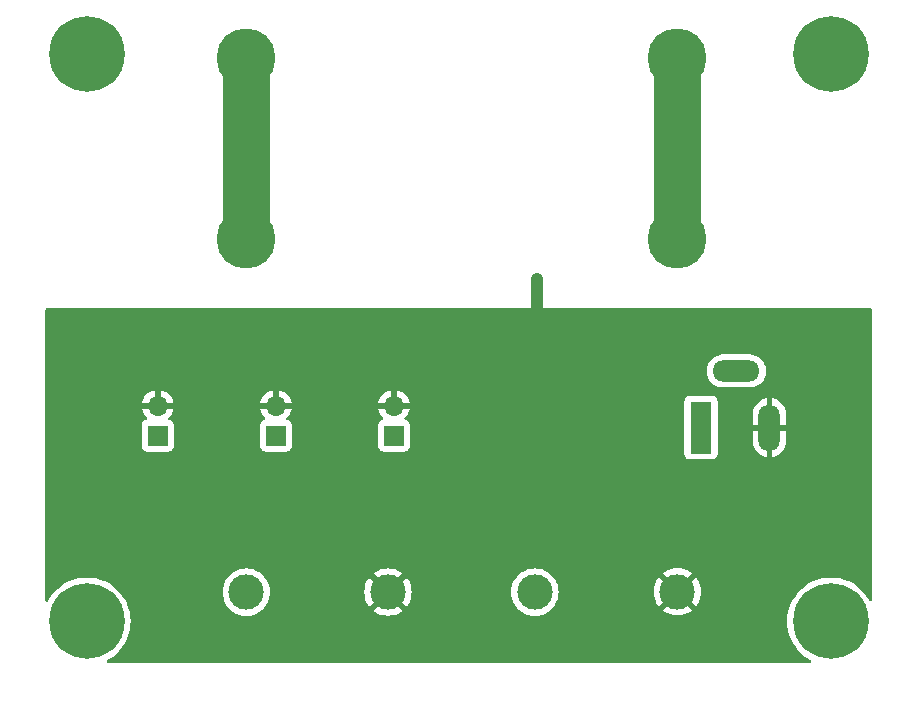
<source format=gbr>
%TF.GenerationSoftware,KiCad,Pcbnew,8.0.0*%
%TF.CreationDate,2024-03-04T13:39:21+01:00*%
%TF.ProjectId,ACS712-module,41435337-3132-42d6-9d6f-64756c652e6b,rev?*%
%TF.SameCoordinates,Original*%
%TF.FileFunction,Copper,L2,Bot*%
%TF.FilePolarity,Positive*%
%FSLAX46Y46*%
G04 Gerber Fmt 4.6, Leading zero omitted, Abs format (unit mm)*
G04 Created by KiCad (PCBNEW 8.0.0) date 2024-03-04 13:39:21*
%MOMM*%
%LPD*%
G01*
G04 APERTURE LIST*
%TA.AperFunction,ComponentPad*%
%ADD10R,1.800000X4.400000*%
%TD*%
%TA.AperFunction,ComponentPad*%
%ADD11O,1.800000X4.000000*%
%TD*%
%TA.AperFunction,ComponentPad*%
%ADD12O,4.000000X1.800000*%
%TD*%
%TA.AperFunction,ComponentPad*%
%ADD13C,3.000000*%
%TD*%
%TA.AperFunction,ComponentPad*%
%ADD14C,5.000000*%
%TD*%
%TA.AperFunction,ComponentPad*%
%ADD15C,0.800000*%
%TD*%
%TA.AperFunction,ComponentPad*%
%ADD16C,6.400000*%
%TD*%
%TA.AperFunction,ComponentPad*%
%ADD17R,1.700000X1.700000*%
%TD*%
%TA.AperFunction,ComponentPad*%
%ADD18O,1.700000X1.700000*%
%TD*%
%TA.AperFunction,ViaPad*%
%ADD19C,0.800000*%
%TD*%
%TA.AperFunction,Conductor*%
%ADD20C,1.000000*%
%TD*%
%TA.AperFunction,Conductor*%
%ADD21C,4.000000*%
%TD*%
G04 APERTURE END LIST*
D10*
%TO.P,J5,1*%
%TO.N,+12V*%
X165500000Y-105100000D03*
D11*
%TO.P,J5,2*%
%TO.N,GND*%
X171300000Y-105100000D03*
D12*
%TO.P,J5,3*%
%TO.N,N/C*%
X168500000Y-100300000D03*
%TD*%
D13*
%TO.P,TP4,1,1*%
%TO.N,+5V*%
X151440000Y-119025000D03*
%TD*%
D14*
%TO.P,J1,1,Pin_1*%
%TO.N,Net-(J1-Pin_1)*%
X163500000Y-73850000D03*
X163500000Y-89150000D03*
%TD*%
D13*
%TO.P,TP2,1,1*%
%TO.N,GND*%
X163500000Y-119000000D03*
%TD*%
D15*
%TO.P,H2,1,1*%
%TO.N,unconnected-(H2-Pad1)_6*%
X111100000Y-121500000D03*
%TO.N,unconnected-(H2-Pad1)_3*%
X111802944Y-119802944D03*
%TO.N,unconnected-(H2-Pad1)_1*%
X111802944Y-123197056D03*
%TO.N,unconnected-(H2-Pad1)_4*%
X113500000Y-119100000D03*
D16*
%TO.N,unconnected-(H2-Pad1)_2*%
X113500000Y-121500000D03*
D15*
%TO.N,unconnected-(H2-Pad1)_7*%
X113500000Y-123900000D03*
%TO.N,unconnected-(H2-Pad1)_5*%
X115197056Y-119802944D03*
%TO.N,unconnected-(H2-Pad1)_0*%
X115197056Y-123197056D03*
%TO.N,unconnected-(H2-Pad1)*%
X115900000Y-121500000D03*
%TD*%
D13*
%TO.P,TP3,1,1*%
%TO.N,/Vout*%
X127000000Y-119025000D03*
%TD*%
D17*
%TO.P,JP1,1,A*%
%TO.N,Net-(JP1-A)*%
X119500000Y-105775000D03*
D18*
%TO.P,JP1,2,B*%
%TO.N,GND*%
X119500000Y-103235000D03*
%TD*%
D15*
%TO.P,H4,1,1*%
%TO.N,unconnected-(H4-Pad1)_3*%
X174100000Y-73500000D03*
%TO.N,unconnected-(H4-Pad1)_2*%
X174802944Y-71802944D03*
%TO.N,unconnected-(H4-Pad1)*%
X174802944Y-75197056D03*
%TO.N,unconnected-(H4-Pad1)_4*%
X176500000Y-71100000D03*
D16*
%TO.N,unconnected-(H4-Pad1)_0*%
X176500000Y-73500000D03*
D15*
%TO.N,unconnected-(H4-Pad1)_7*%
X176500000Y-75900000D03*
%TO.N,unconnected-(H4-Pad1)_5*%
X178197056Y-71802944D03*
%TO.N,unconnected-(H4-Pad1)_6*%
X178197056Y-75197056D03*
%TO.N,unconnected-(H4-Pad1)_1*%
X178900000Y-73500000D03*
%TD*%
D17*
%TO.P,JP2,1,A*%
%TO.N,Net-(JP2-A)*%
X129500000Y-105775000D03*
D18*
%TO.P,JP2,2,B*%
%TO.N,GND*%
X129500000Y-103235000D03*
%TD*%
D13*
%TO.P,TP1,1,1*%
%TO.N,GND*%
X139000000Y-119025000D03*
%TD*%
D15*
%TO.P,H3,1,1*%
%TO.N,unconnected-(H3-Pad1)_3*%
X174100000Y-121500000D03*
%TO.N,unconnected-(H3-Pad1)_7*%
X174802944Y-119802944D03*
%TO.N,unconnected-(H3-Pad1)*%
X174802944Y-123197056D03*
%TO.N,unconnected-(H3-Pad1)_0*%
X176500000Y-119100000D03*
D16*
%TO.N,unconnected-(H3-Pad1)_4*%
X176500000Y-121500000D03*
D15*
%TO.N,unconnected-(H3-Pad1)_1*%
X176500000Y-123900000D03*
%TO.N,unconnected-(H3-Pad1)_2*%
X178197056Y-119802944D03*
%TO.N,unconnected-(H3-Pad1)_5*%
X178197056Y-123197056D03*
%TO.N,unconnected-(H3-Pad1)_6*%
X178900000Y-121500000D03*
%TD*%
D17*
%TO.P,JP3,1,A*%
%TO.N,Net-(JP3-A)*%
X139500000Y-105775000D03*
D18*
%TO.P,JP3,2,B*%
%TO.N,GND*%
X139500000Y-103235000D03*
%TD*%
D14*
%TO.P,J2,1,Pin_1*%
%TO.N,Net-(J2-Pin_1)*%
X127000000Y-73850000D03*
X127000000Y-89150000D03*
%TD*%
D15*
%TO.P,H1,1,1*%
%TO.N,unconnected-(H1-Pad1)_7*%
X111100000Y-73500000D03*
%TO.N,unconnected-(H1-Pad1)_1*%
X111802944Y-71802944D03*
%TO.N,unconnected-(H1-Pad1)*%
X111802944Y-75197056D03*
%TO.N,unconnected-(H1-Pad1)_2*%
X113500000Y-71100000D03*
D16*
%TO.N,unconnected-(H1-Pad1)_5*%
X113500000Y-73500000D03*
D15*
%TO.N,unconnected-(H1-Pad1)_3*%
X113500000Y-75900000D03*
%TO.N,unconnected-(H1-Pad1)_4*%
X115197056Y-71802944D03*
%TO.N,unconnected-(H1-Pad1)_6*%
X115197056Y-75197056D03*
%TO.N,unconnected-(H1-Pad1)_0*%
X115900000Y-73500000D03*
%TD*%
D19*
%TO.N,GND*%
X141600000Y-98800000D03*
X143200000Y-98800000D03*
X151600000Y-92500000D03*
X141600000Y-97600000D03*
X141600000Y-96400000D03*
%TD*%
D20*
%TO.N,GND*%
X151600000Y-92500000D02*
X151600000Y-95850000D01*
D21*
%TO.N,Net-(J1-Pin_1)*%
X163500000Y-74000000D02*
X163500000Y-89300000D01*
%TO.N,Net-(J2-Pin_1)*%
X127000000Y-74000000D02*
X127000000Y-89300000D01*
%TD*%
%TA.AperFunction,Conductor*%
%TO.N,GND*%
G36*
X179943039Y-95019685D02*
G01*
X179988794Y-95072489D01*
X180000000Y-95124000D01*
X180000000Y-119701587D01*
X179980315Y-119768626D01*
X179927511Y-119814381D01*
X179858353Y-119824325D01*
X179794797Y-119795300D01*
X179765515Y-119757882D01*
X179709122Y-119647206D01*
X179497877Y-119321917D01*
X179253784Y-119020488D01*
X179253781Y-119020484D01*
X178979516Y-118746219D01*
X178856307Y-118646446D01*
X178678082Y-118502122D01*
X178352793Y-118290877D01*
X178007197Y-118114787D01*
X177645094Y-117975788D01*
X177645087Y-117975786D01*
X177270433Y-117875398D01*
X177270429Y-117875397D01*
X177270428Y-117875397D01*
X176887339Y-117814722D01*
X176500001Y-117794422D01*
X176499999Y-117794422D01*
X176112660Y-117814722D01*
X175729572Y-117875397D01*
X175729570Y-117875397D01*
X175354905Y-117975788D01*
X174992802Y-118114787D01*
X174647206Y-118290877D01*
X174321917Y-118502122D01*
X174020488Y-118746215D01*
X174020480Y-118746222D01*
X173746222Y-119020480D01*
X173746215Y-119020488D01*
X173502122Y-119321917D01*
X173290877Y-119647206D01*
X173114787Y-119992802D01*
X172975788Y-120354905D01*
X172875397Y-120729570D01*
X172875397Y-120729572D01*
X172814722Y-121112660D01*
X172794422Y-121499999D01*
X172794422Y-121500000D01*
X172814722Y-121887339D01*
X172875397Y-122270427D01*
X172875397Y-122270429D01*
X172975788Y-122645094D01*
X173114787Y-123007197D01*
X173290877Y-123352793D01*
X173502122Y-123678082D01*
X173502124Y-123678084D01*
X173746219Y-123979516D01*
X174020484Y-124253781D01*
X174020488Y-124253784D01*
X174321917Y-124497877D01*
X174647206Y-124709122D01*
X174647211Y-124709125D01*
X174757883Y-124765515D01*
X174808679Y-124813489D01*
X174825474Y-124881310D01*
X174802937Y-124947445D01*
X174748222Y-124990897D01*
X174701588Y-125000000D01*
X115298412Y-125000000D01*
X115231373Y-124980315D01*
X115185618Y-124927511D01*
X115175674Y-124858353D01*
X115204699Y-124794797D01*
X115242117Y-124765515D01*
X115352789Y-124709125D01*
X115678084Y-124497876D01*
X115979516Y-124253781D01*
X116253781Y-123979516D01*
X116497876Y-123678084D01*
X116709125Y-123352789D01*
X116885214Y-123007194D01*
X117024214Y-122645087D01*
X117124602Y-122270433D01*
X117185278Y-121887338D01*
X117205578Y-121500000D01*
X117185278Y-121112662D01*
X117124602Y-120729567D01*
X117024214Y-120354913D01*
X116885214Y-119992806D01*
X116709125Y-119647211D01*
X116709122Y-119647206D01*
X116497877Y-119321917D01*
X116257439Y-119025001D01*
X124994390Y-119025001D01*
X125014804Y-119310433D01*
X125075628Y-119590037D01*
X125075630Y-119590043D01*
X125075631Y-119590046D01*
X125152187Y-119795300D01*
X125175635Y-119858166D01*
X125312770Y-120109309D01*
X125312775Y-120109317D01*
X125484254Y-120338387D01*
X125484270Y-120338405D01*
X125686594Y-120540729D01*
X125686612Y-120540745D01*
X125915682Y-120712224D01*
X125915690Y-120712229D01*
X126166833Y-120849364D01*
X126166832Y-120849364D01*
X126166836Y-120849365D01*
X126166839Y-120849367D01*
X126434954Y-120949369D01*
X126434960Y-120949370D01*
X126434962Y-120949371D01*
X126714566Y-121010195D01*
X126714568Y-121010195D01*
X126714572Y-121010196D01*
X126968220Y-121028337D01*
X126999999Y-121030610D01*
X127000000Y-121030610D01*
X127000001Y-121030610D01*
X127028595Y-121028564D01*
X127285428Y-121010196D01*
X127565046Y-120949369D01*
X127833161Y-120849367D01*
X128084315Y-120712226D01*
X128313395Y-120540739D01*
X128515739Y-120338395D01*
X128687226Y-120109315D01*
X128824367Y-119858161D01*
X128924369Y-119590046D01*
X128948722Y-119478097D01*
X128985195Y-119310433D01*
X128985195Y-119310432D01*
X128985196Y-119310428D01*
X129005610Y-119025001D01*
X136994891Y-119025001D01*
X137015300Y-119310362D01*
X137076109Y-119589895D01*
X137176091Y-119857958D01*
X137313191Y-120109038D01*
X137313196Y-120109046D01*
X137419882Y-120251561D01*
X137419883Y-120251562D01*
X138322421Y-119349024D01*
X138335359Y-119380258D01*
X138417437Y-119503097D01*
X138521903Y-119607563D01*
X138644742Y-119689641D01*
X138675974Y-119702578D01*
X137773436Y-120605115D01*
X137915960Y-120711807D01*
X137915961Y-120711808D01*
X138167042Y-120848908D01*
X138167041Y-120848908D01*
X138435104Y-120948890D01*
X138714637Y-121009699D01*
X138999999Y-121030109D01*
X139000001Y-121030109D01*
X139285362Y-121009699D01*
X139564895Y-120948890D01*
X139832958Y-120848908D01*
X140084047Y-120711803D01*
X140226561Y-120605116D01*
X140226562Y-120605115D01*
X139324025Y-119702577D01*
X139355258Y-119689641D01*
X139478097Y-119607563D01*
X139582563Y-119503097D01*
X139664641Y-119380258D01*
X139677578Y-119349025D01*
X140580115Y-120251562D01*
X140580116Y-120251561D01*
X140686803Y-120109047D01*
X140823908Y-119857958D01*
X140923890Y-119589895D01*
X140984699Y-119310362D01*
X141005109Y-119025001D01*
X149434390Y-119025001D01*
X149454804Y-119310433D01*
X149515628Y-119590037D01*
X149515630Y-119590043D01*
X149515631Y-119590046D01*
X149592187Y-119795300D01*
X149615635Y-119858166D01*
X149752770Y-120109309D01*
X149752775Y-120109317D01*
X149924254Y-120338387D01*
X149924270Y-120338405D01*
X150126594Y-120540729D01*
X150126612Y-120540745D01*
X150355682Y-120712224D01*
X150355690Y-120712229D01*
X150606833Y-120849364D01*
X150606832Y-120849364D01*
X150606836Y-120849365D01*
X150606839Y-120849367D01*
X150874954Y-120949369D01*
X150874960Y-120949370D01*
X150874962Y-120949371D01*
X151154566Y-121010195D01*
X151154568Y-121010195D01*
X151154572Y-121010196D01*
X151408220Y-121028337D01*
X151439999Y-121030610D01*
X151440000Y-121030610D01*
X151440001Y-121030610D01*
X151468595Y-121028564D01*
X151725428Y-121010196D01*
X152005046Y-120949369D01*
X152273161Y-120849367D01*
X152524315Y-120712226D01*
X152753395Y-120540739D01*
X152955739Y-120338395D01*
X153127226Y-120109315D01*
X153264367Y-119858161D01*
X153364369Y-119590046D01*
X153388722Y-119478097D01*
X153425195Y-119310433D01*
X153425195Y-119310432D01*
X153425196Y-119310428D01*
X153445610Y-119025000D01*
X153443822Y-119000001D01*
X161494891Y-119000001D01*
X161515300Y-119285362D01*
X161576109Y-119564895D01*
X161676091Y-119832958D01*
X161813191Y-120084038D01*
X161813196Y-120084046D01*
X161919882Y-120226561D01*
X161919883Y-120226562D01*
X162822421Y-119324024D01*
X162835359Y-119355258D01*
X162917437Y-119478097D01*
X163021903Y-119582563D01*
X163144742Y-119664641D01*
X163175974Y-119677578D01*
X162273436Y-120580115D01*
X162415960Y-120686807D01*
X162415961Y-120686808D01*
X162667042Y-120823908D01*
X162667041Y-120823908D01*
X162935104Y-120923890D01*
X163214637Y-120984699D01*
X163499999Y-121005109D01*
X163500001Y-121005109D01*
X163785362Y-120984699D01*
X164064895Y-120923890D01*
X164332958Y-120823908D01*
X164584047Y-120686803D01*
X164726561Y-120580116D01*
X164726562Y-120580115D01*
X163824025Y-119677577D01*
X163855258Y-119664641D01*
X163978097Y-119582563D01*
X164082563Y-119478097D01*
X164164641Y-119355258D01*
X164177578Y-119324025D01*
X165080115Y-120226562D01*
X165080116Y-120226561D01*
X165186803Y-120084047D01*
X165323908Y-119832958D01*
X165423890Y-119564895D01*
X165484699Y-119285362D01*
X165505109Y-119000001D01*
X165505109Y-118999998D01*
X165484699Y-118714637D01*
X165423890Y-118435104D01*
X165323908Y-118167041D01*
X165186808Y-117915961D01*
X165186807Y-117915960D01*
X165080115Y-117773436D01*
X164177577Y-118675973D01*
X164164641Y-118644742D01*
X164082563Y-118521903D01*
X163978097Y-118417437D01*
X163855258Y-118335359D01*
X163824024Y-118322421D01*
X164726562Y-117419883D01*
X164726561Y-117419882D01*
X164584046Y-117313196D01*
X164584038Y-117313191D01*
X164332957Y-117176091D01*
X164332958Y-117176091D01*
X164064895Y-117076109D01*
X163785362Y-117015300D01*
X163500001Y-116994891D01*
X163499999Y-116994891D01*
X163214637Y-117015300D01*
X162935104Y-117076109D01*
X162667041Y-117176091D01*
X162415961Y-117313191D01*
X162415953Y-117313196D01*
X162273437Y-117419882D01*
X162273436Y-117419883D01*
X163175975Y-118322421D01*
X163144742Y-118335359D01*
X163021903Y-118417437D01*
X162917437Y-118521903D01*
X162835359Y-118644742D01*
X162822421Y-118675974D01*
X161919883Y-117773436D01*
X161919882Y-117773437D01*
X161813196Y-117915953D01*
X161813191Y-117915961D01*
X161676091Y-118167041D01*
X161576109Y-118435104D01*
X161515300Y-118714637D01*
X161494891Y-118999998D01*
X161494891Y-119000001D01*
X153443822Y-119000001D01*
X153425196Y-118739572D01*
X153410005Y-118669742D01*
X153364371Y-118459962D01*
X153364370Y-118459960D01*
X153364369Y-118459954D01*
X153264367Y-118191839D01*
X153222293Y-118114787D01*
X153127229Y-117940690D01*
X153127224Y-117940682D01*
X152955745Y-117711612D01*
X152955729Y-117711594D01*
X152753405Y-117509270D01*
X152753387Y-117509254D01*
X152524317Y-117337775D01*
X152524309Y-117337770D01*
X152273166Y-117200635D01*
X152273167Y-117200635D01*
X152165915Y-117160632D01*
X152005046Y-117100631D01*
X152005043Y-117100630D01*
X152005037Y-117100628D01*
X151725433Y-117039804D01*
X151440001Y-117019390D01*
X151439999Y-117019390D01*
X151154566Y-117039804D01*
X150874962Y-117100628D01*
X150606833Y-117200635D01*
X150355690Y-117337770D01*
X150355682Y-117337775D01*
X150126612Y-117509254D01*
X150126594Y-117509270D01*
X149924270Y-117711594D01*
X149924254Y-117711612D01*
X149752775Y-117940682D01*
X149752770Y-117940690D01*
X149615635Y-118191833D01*
X149515628Y-118459962D01*
X149454804Y-118739566D01*
X149434390Y-119024998D01*
X149434390Y-119025001D01*
X141005109Y-119025001D01*
X141005109Y-119024998D01*
X140984699Y-118739637D01*
X140923890Y-118460104D01*
X140823908Y-118192041D01*
X140686808Y-117940961D01*
X140686807Y-117940960D01*
X140580115Y-117798436D01*
X139677577Y-118700973D01*
X139664641Y-118669742D01*
X139582563Y-118546903D01*
X139478097Y-118442437D01*
X139355258Y-118360359D01*
X139324024Y-118347421D01*
X140226562Y-117444883D01*
X140226561Y-117444882D01*
X140084046Y-117338196D01*
X140084038Y-117338191D01*
X139832957Y-117201091D01*
X139832958Y-117201091D01*
X139564895Y-117101109D01*
X139285362Y-117040300D01*
X139000001Y-117019891D01*
X138999999Y-117019891D01*
X138714637Y-117040300D01*
X138435104Y-117101109D01*
X138167041Y-117201091D01*
X137915961Y-117338191D01*
X137915953Y-117338196D01*
X137773437Y-117444882D01*
X137773436Y-117444883D01*
X138675975Y-118347421D01*
X138644742Y-118360359D01*
X138521903Y-118442437D01*
X138417437Y-118546903D01*
X138335359Y-118669742D01*
X138322421Y-118700974D01*
X137419883Y-117798436D01*
X137419882Y-117798437D01*
X137313196Y-117940953D01*
X137313191Y-117940961D01*
X137176091Y-118192041D01*
X137076109Y-118460104D01*
X137015300Y-118739637D01*
X136994891Y-119024998D01*
X136994891Y-119025001D01*
X129005610Y-119025001D01*
X129005610Y-119025000D01*
X128985196Y-118739572D01*
X128970005Y-118669742D01*
X128924371Y-118459962D01*
X128924370Y-118459960D01*
X128924369Y-118459954D01*
X128824367Y-118191839D01*
X128782293Y-118114787D01*
X128687229Y-117940690D01*
X128687224Y-117940682D01*
X128515745Y-117711612D01*
X128515729Y-117711594D01*
X128313405Y-117509270D01*
X128313387Y-117509254D01*
X128084317Y-117337775D01*
X128084309Y-117337770D01*
X127833166Y-117200635D01*
X127833167Y-117200635D01*
X127725915Y-117160632D01*
X127565046Y-117100631D01*
X127565043Y-117100630D01*
X127565037Y-117100628D01*
X127285433Y-117039804D01*
X127000001Y-117019390D01*
X126999999Y-117019390D01*
X126714566Y-117039804D01*
X126434962Y-117100628D01*
X126166833Y-117200635D01*
X125915690Y-117337770D01*
X125915682Y-117337775D01*
X125686612Y-117509254D01*
X125686594Y-117509270D01*
X125484270Y-117711594D01*
X125484254Y-117711612D01*
X125312775Y-117940682D01*
X125312770Y-117940690D01*
X125175635Y-118191833D01*
X125075628Y-118459962D01*
X125014804Y-118739566D01*
X124994390Y-119024998D01*
X124994390Y-119025001D01*
X116257439Y-119025001D01*
X116253784Y-119020488D01*
X116253781Y-119020484D01*
X115979516Y-118746219D01*
X115856307Y-118646446D01*
X115678082Y-118502122D01*
X115352793Y-118290877D01*
X115007197Y-118114787D01*
X114645094Y-117975788D01*
X114645087Y-117975786D01*
X114270433Y-117875398D01*
X114270429Y-117875397D01*
X114270428Y-117875397D01*
X113887339Y-117814722D01*
X113500001Y-117794422D01*
X113499999Y-117794422D01*
X113112660Y-117814722D01*
X112729572Y-117875397D01*
X112729570Y-117875397D01*
X112354905Y-117975788D01*
X111992802Y-118114787D01*
X111647206Y-118290877D01*
X111321917Y-118502122D01*
X111020488Y-118746215D01*
X111020480Y-118746222D01*
X110746222Y-119020480D01*
X110746215Y-119020488D01*
X110502122Y-119321917D01*
X110290877Y-119647206D01*
X110234485Y-119757882D01*
X110186510Y-119808678D01*
X110118689Y-119825473D01*
X110052554Y-119802936D01*
X110009103Y-119748220D01*
X110000000Y-119701587D01*
X110000000Y-107347870D01*
X164099500Y-107347870D01*
X164099501Y-107347876D01*
X164105908Y-107407483D01*
X164156202Y-107542328D01*
X164156206Y-107542335D01*
X164242452Y-107657544D01*
X164242455Y-107657547D01*
X164357664Y-107743793D01*
X164357671Y-107743797D01*
X164492517Y-107794091D01*
X164492516Y-107794091D01*
X164499444Y-107794835D01*
X164552127Y-107800500D01*
X166447872Y-107800499D01*
X166507483Y-107794091D01*
X166642331Y-107743796D01*
X166757546Y-107657546D01*
X166843796Y-107542331D01*
X166894091Y-107407483D01*
X166900500Y-107347873D01*
X166900500Y-106310181D01*
X169900000Y-106310181D01*
X169934473Y-106527835D01*
X170002567Y-106737410D01*
X170102613Y-106933760D01*
X170232142Y-107112041D01*
X170387958Y-107267857D01*
X170566239Y-107397386D01*
X170762589Y-107497432D01*
X170972163Y-107565526D01*
X171049999Y-107577854D01*
X171050000Y-107577854D01*
X171050000Y-106515686D01*
X171054394Y-106520080D01*
X171145606Y-106572741D01*
X171247339Y-106600000D01*
X171352661Y-106600000D01*
X171454394Y-106572741D01*
X171545606Y-106520080D01*
X171550000Y-106515686D01*
X171550000Y-107577854D01*
X171627834Y-107565526D01*
X171627837Y-107565526D01*
X171837410Y-107497432D01*
X172033760Y-107397386D01*
X172212041Y-107267857D01*
X172367857Y-107112041D01*
X172497386Y-106933760D01*
X172597432Y-106737410D01*
X172665526Y-106527835D01*
X172700000Y-106310181D01*
X172700000Y-105350000D01*
X171700000Y-105350000D01*
X171700000Y-104850000D01*
X172700000Y-104850000D01*
X172700000Y-103889818D01*
X172665526Y-103672164D01*
X172597432Y-103462589D01*
X172497386Y-103266239D01*
X172367857Y-103087958D01*
X172212041Y-102932142D01*
X172033760Y-102802613D01*
X171837410Y-102702567D01*
X171627836Y-102634473D01*
X171550000Y-102622144D01*
X171550000Y-103684314D01*
X171545606Y-103679920D01*
X171454394Y-103627259D01*
X171352661Y-103600000D01*
X171247339Y-103600000D01*
X171145606Y-103627259D01*
X171054394Y-103679920D01*
X171050000Y-103684314D01*
X171050000Y-102622144D01*
X170972164Y-102634473D01*
X170972161Y-102634473D01*
X170762589Y-102702567D01*
X170566239Y-102802613D01*
X170387958Y-102932142D01*
X170232142Y-103087958D01*
X170102613Y-103266239D01*
X170002567Y-103462589D01*
X169934473Y-103672164D01*
X169900000Y-103889818D01*
X169900000Y-104850000D01*
X170900000Y-104850000D01*
X170900000Y-105350000D01*
X169900000Y-105350000D01*
X169900000Y-106310181D01*
X166900500Y-106310181D01*
X166900499Y-102852128D01*
X166894091Y-102792517D01*
X166843796Y-102657669D01*
X166843795Y-102657668D01*
X166843793Y-102657664D01*
X166757547Y-102542455D01*
X166757544Y-102542452D01*
X166642335Y-102456206D01*
X166642328Y-102456202D01*
X166507482Y-102405908D01*
X166507483Y-102405908D01*
X166447883Y-102399501D01*
X166447881Y-102399500D01*
X166447873Y-102399500D01*
X166447864Y-102399500D01*
X164552129Y-102399500D01*
X164552123Y-102399501D01*
X164492516Y-102405908D01*
X164357671Y-102456202D01*
X164357664Y-102456206D01*
X164242455Y-102542452D01*
X164242452Y-102542455D01*
X164156206Y-102657664D01*
X164156202Y-102657671D01*
X164105908Y-102792517D01*
X164101352Y-102834901D01*
X164099501Y-102852123D01*
X164099500Y-102852135D01*
X164099500Y-107347870D01*
X110000000Y-107347870D01*
X110000000Y-106672870D01*
X118149500Y-106672870D01*
X118149501Y-106672876D01*
X118155908Y-106732483D01*
X118206202Y-106867328D01*
X118206206Y-106867335D01*
X118292452Y-106982544D01*
X118292455Y-106982547D01*
X118407664Y-107068793D01*
X118407671Y-107068797D01*
X118542517Y-107119091D01*
X118542516Y-107119091D01*
X118549444Y-107119835D01*
X118602127Y-107125500D01*
X120397872Y-107125499D01*
X120457483Y-107119091D01*
X120592331Y-107068796D01*
X120707546Y-106982546D01*
X120793796Y-106867331D01*
X120844091Y-106732483D01*
X120850500Y-106672873D01*
X120850500Y-106672870D01*
X128149500Y-106672870D01*
X128149501Y-106672876D01*
X128155908Y-106732483D01*
X128206202Y-106867328D01*
X128206206Y-106867335D01*
X128292452Y-106982544D01*
X128292455Y-106982547D01*
X128407664Y-107068793D01*
X128407671Y-107068797D01*
X128542517Y-107119091D01*
X128542516Y-107119091D01*
X128549444Y-107119835D01*
X128602127Y-107125500D01*
X130397872Y-107125499D01*
X130457483Y-107119091D01*
X130592331Y-107068796D01*
X130707546Y-106982546D01*
X130793796Y-106867331D01*
X130844091Y-106732483D01*
X130850500Y-106672873D01*
X130850500Y-106672870D01*
X138149500Y-106672870D01*
X138149501Y-106672876D01*
X138155908Y-106732483D01*
X138206202Y-106867328D01*
X138206206Y-106867335D01*
X138292452Y-106982544D01*
X138292455Y-106982547D01*
X138407664Y-107068793D01*
X138407671Y-107068797D01*
X138542517Y-107119091D01*
X138542516Y-107119091D01*
X138549444Y-107119835D01*
X138602127Y-107125500D01*
X140397872Y-107125499D01*
X140457483Y-107119091D01*
X140592331Y-107068796D01*
X140707546Y-106982546D01*
X140793796Y-106867331D01*
X140844091Y-106732483D01*
X140850500Y-106672873D01*
X140850499Y-104877128D01*
X140844091Y-104817517D01*
X140793796Y-104682669D01*
X140793795Y-104682668D01*
X140793793Y-104682664D01*
X140707547Y-104567455D01*
X140707544Y-104567452D01*
X140592335Y-104481206D01*
X140592328Y-104481202D01*
X140460401Y-104431997D01*
X140404467Y-104390126D01*
X140380050Y-104324662D01*
X140394902Y-104256389D01*
X140416053Y-104228133D01*
X140538108Y-104106078D01*
X140673600Y-103912578D01*
X140773429Y-103698492D01*
X140773432Y-103698486D01*
X140830636Y-103485000D01*
X139933012Y-103485000D01*
X139965925Y-103427993D01*
X140000000Y-103300826D01*
X140000000Y-103169174D01*
X139965925Y-103042007D01*
X139933012Y-102985000D01*
X140830636Y-102985000D01*
X140830635Y-102984999D01*
X140773432Y-102771513D01*
X140773429Y-102771507D01*
X140673600Y-102557422D01*
X140673599Y-102557420D01*
X140538113Y-102363926D01*
X140538108Y-102363920D01*
X140371082Y-102196894D01*
X140177578Y-102061399D01*
X139963492Y-101961570D01*
X139963486Y-101961567D01*
X139750000Y-101904364D01*
X139750000Y-102801988D01*
X139692993Y-102769075D01*
X139565826Y-102735000D01*
X139434174Y-102735000D01*
X139307007Y-102769075D01*
X139250000Y-102801988D01*
X139250000Y-101904364D01*
X139249999Y-101904364D01*
X139036513Y-101961567D01*
X139036507Y-101961570D01*
X138822422Y-102061399D01*
X138822420Y-102061400D01*
X138628926Y-102196886D01*
X138628920Y-102196891D01*
X138461891Y-102363920D01*
X138461886Y-102363926D01*
X138326400Y-102557420D01*
X138326399Y-102557422D01*
X138226570Y-102771507D01*
X138226567Y-102771513D01*
X138169364Y-102984999D01*
X138169364Y-102985000D01*
X139066988Y-102985000D01*
X139034075Y-103042007D01*
X139000000Y-103169174D01*
X139000000Y-103300826D01*
X139034075Y-103427993D01*
X139066988Y-103485000D01*
X138169364Y-103485000D01*
X138226567Y-103698486D01*
X138226570Y-103698492D01*
X138326399Y-103912578D01*
X138461894Y-104106082D01*
X138583946Y-104228134D01*
X138617431Y-104289457D01*
X138612447Y-104359149D01*
X138570575Y-104415082D01*
X138539598Y-104431997D01*
X138407671Y-104481202D01*
X138407664Y-104481206D01*
X138292455Y-104567452D01*
X138292452Y-104567455D01*
X138206206Y-104682664D01*
X138206202Y-104682671D01*
X138155908Y-104817517D01*
X138149501Y-104877116D01*
X138149501Y-104877123D01*
X138149500Y-104877135D01*
X138149500Y-106672870D01*
X130850500Y-106672870D01*
X130850499Y-104877128D01*
X130844091Y-104817517D01*
X130793796Y-104682669D01*
X130793795Y-104682668D01*
X130793793Y-104682664D01*
X130707547Y-104567455D01*
X130707544Y-104567452D01*
X130592335Y-104481206D01*
X130592328Y-104481202D01*
X130460401Y-104431997D01*
X130404467Y-104390126D01*
X130380050Y-104324662D01*
X130394902Y-104256389D01*
X130416053Y-104228133D01*
X130538108Y-104106078D01*
X130673600Y-103912578D01*
X130773429Y-103698492D01*
X130773432Y-103698486D01*
X130830636Y-103485000D01*
X129933012Y-103485000D01*
X129965925Y-103427993D01*
X130000000Y-103300826D01*
X130000000Y-103169174D01*
X129965925Y-103042007D01*
X129933012Y-102985000D01*
X130830636Y-102985000D01*
X130830635Y-102984999D01*
X130773432Y-102771513D01*
X130773429Y-102771507D01*
X130673600Y-102557422D01*
X130673599Y-102557420D01*
X130538113Y-102363926D01*
X130538108Y-102363920D01*
X130371082Y-102196894D01*
X130177578Y-102061399D01*
X129963492Y-101961570D01*
X129963486Y-101961567D01*
X129750000Y-101904364D01*
X129750000Y-102801988D01*
X129692993Y-102769075D01*
X129565826Y-102735000D01*
X129434174Y-102735000D01*
X129307007Y-102769075D01*
X129250000Y-102801988D01*
X129250000Y-101904364D01*
X129249999Y-101904364D01*
X129036513Y-101961567D01*
X129036507Y-101961570D01*
X128822422Y-102061399D01*
X128822420Y-102061400D01*
X128628926Y-102196886D01*
X128628920Y-102196891D01*
X128461891Y-102363920D01*
X128461886Y-102363926D01*
X128326400Y-102557420D01*
X128326399Y-102557422D01*
X128226570Y-102771507D01*
X128226567Y-102771513D01*
X128169364Y-102984999D01*
X128169364Y-102985000D01*
X129066988Y-102985000D01*
X129034075Y-103042007D01*
X129000000Y-103169174D01*
X129000000Y-103300826D01*
X129034075Y-103427993D01*
X129066988Y-103485000D01*
X128169364Y-103485000D01*
X128226567Y-103698486D01*
X128226570Y-103698492D01*
X128326399Y-103912578D01*
X128461894Y-104106082D01*
X128583946Y-104228134D01*
X128617431Y-104289457D01*
X128612447Y-104359149D01*
X128570575Y-104415082D01*
X128539598Y-104431997D01*
X128407671Y-104481202D01*
X128407664Y-104481206D01*
X128292455Y-104567452D01*
X128292452Y-104567455D01*
X128206206Y-104682664D01*
X128206202Y-104682671D01*
X128155908Y-104817517D01*
X128149501Y-104877116D01*
X128149501Y-104877123D01*
X128149500Y-104877135D01*
X128149500Y-106672870D01*
X120850500Y-106672870D01*
X120850499Y-104877128D01*
X120844091Y-104817517D01*
X120793796Y-104682669D01*
X120793795Y-104682668D01*
X120793793Y-104682664D01*
X120707547Y-104567455D01*
X120707544Y-104567452D01*
X120592335Y-104481206D01*
X120592328Y-104481202D01*
X120460401Y-104431997D01*
X120404467Y-104390126D01*
X120380050Y-104324662D01*
X120394902Y-104256389D01*
X120416053Y-104228133D01*
X120538108Y-104106078D01*
X120673600Y-103912578D01*
X120773429Y-103698492D01*
X120773432Y-103698486D01*
X120830636Y-103485000D01*
X119933012Y-103485000D01*
X119965925Y-103427993D01*
X120000000Y-103300826D01*
X120000000Y-103169174D01*
X119965925Y-103042007D01*
X119933012Y-102985000D01*
X120830636Y-102985000D01*
X120830635Y-102984999D01*
X120773432Y-102771513D01*
X120773429Y-102771507D01*
X120673600Y-102557422D01*
X120673599Y-102557420D01*
X120538113Y-102363926D01*
X120538108Y-102363920D01*
X120371082Y-102196894D01*
X120177578Y-102061399D01*
X119963492Y-101961570D01*
X119963486Y-101961567D01*
X119750000Y-101904364D01*
X119750000Y-102801988D01*
X119692993Y-102769075D01*
X119565826Y-102735000D01*
X119434174Y-102735000D01*
X119307007Y-102769075D01*
X119250000Y-102801988D01*
X119250000Y-101904364D01*
X119249999Y-101904364D01*
X119036513Y-101961567D01*
X119036507Y-101961570D01*
X118822422Y-102061399D01*
X118822420Y-102061400D01*
X118628926Y-102196886D01*
X118628920Y-102196891D01*
X118461891Y-102363920D01*
X118461886Y-102363926D01*
X118326400Y-102557420D01*
X118326399Y-102557422D01*
X118226570Y-102771507D01*
X118226567Y-102771513D01*
X118169364Y-102984999D01*
X118169364Y-102985000D01*
X119066988Y-102985000D01*
X119034075Y-103042007D01*
X119000000Y-103169174D01*
X119000000Y-103300826D01*
X119034075Y-103427993D01*
X119066988Y-103485000D01*
X118169364Y-103485000D01*
X118226567Y-103698486D01*
X118226570Y-103698492D01*
X118326399Y-103912578D01*
X118461894Y-104106082D01*
X118583946Y-104228134D01*
X118617431Y-104289457D01*
X118612447Y-104359149D01*
X118570575Y-104415082D01*
X118539598Y-104431997D01*
X118407671Y-104481202D01*
X118407664Y-104481206D01*
X118292455Y-104567452D01*
X118292452Y-104567455D01*
X118206206Y-104682664D01*
X118206202Y-104682671D01*
X118155908Y-104817517D01*
X118149501Y-104877116D01*
X118149501Y-104877123D01*
X118149500Y-104877135D01*
X118149500Y-106672870D01*
X110000000Y-106672870D01*
X110000000Y-100410221D01*
X165999500Y-100410221D01*
X166033985Y-100627952D01*
X166102103Y-100837603D01*
X166102104Y-100837606D01*
X166202187Y-101034025D01*
X166331752Y-101212358D01*
X166331756Y-101212363D01*
X166487636Y-101368243D01*
X166487641Y-101368247D01*
X166643192Y-101481260D01*
X166665978Y-101497815D01*
X166794375Y-101563237D01*
X166862393Y-101597895D01*
X166862396Y-101597896D01*
X166967221Y-101631955D01*
X167072049Y-101666015D01*
X167289778Y-101700500D01*
X167289779Y-101700500D01*
X169710221Y-101700500D01*
X169710222Y-101700500D01*
X169927951Y-101666015D01*
X170137606Y-101597895D01*
X170334022Y-101497815D01*
X170512365Y-101368242D01*
X170668242Y-101212365D01*
X170797815Y-101034022D01*
X170897895Y-100837606D01*
X170966015Y-100627951D01*
X171000500Y-100410222D01*
X171000500Y-100189778D01*
X170966015Y-99972049D01*
X170897895Y-99762394D01*
X170897895Y-99762393D01*
X170863237Y-99694375D01*
X170797815Y-99565978D01*
X170781260Y-99543192D01*
X170668247Y-99387641D01*
X170668243Y-99387636D01*
X170512363Y-99231756D01*
X170512358Y-99231752D01*
X170334025Y-99102187D01*
X170334024Y-99102186D01*
X170334022Y-99102185D01*
X170271096Y-99070122D01*
X170137606Y-99002104D01*
X170137603Y-99002103D01*
X169927952Y-98933985D01*
X169819086Y-98916742D01*
X169710222Y-98899500D01*
X167289778Y-98899500D01*
X167217201Y-98910995D01*
X167072047Y-98933985D01*
X166862396Y-99002103D01*
X166862393Y-99002104D01*
X166665974Y-99102187D01*
X166487641Y-99231752D01*
X166487636Y-99231756D01*
X166331756Y-99387636D01*
X166331752Y-99387641D01*
X166202187Y-99565974D01*
X166102104Y-99762393D01*
X166102103Y-99762396D01*
X166033985Y-99972047D01*
X165999500Y-100189778D01*
X165999500Y-100410221D01*
X110000000Y-100410221D01*
X110000000Y-95124000D01*
X110019685Y-95056961D01*
X110072489Y-95011206D01*
X110124000Y-95000000D01*
X179876000Y-95000000D01*
X179943039Y-95019685D01*
G37*
%TD.AperFunction*%
%TD*%
M02*

</source>
